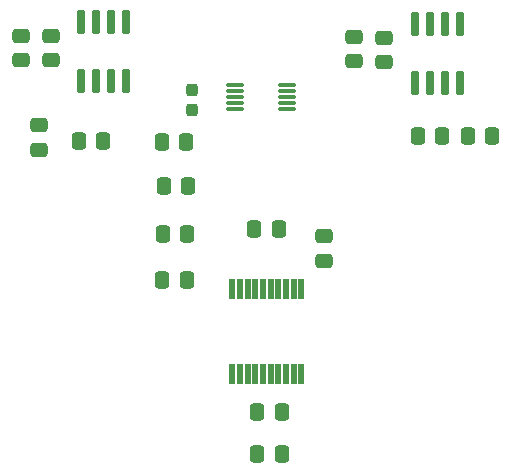
<source format=gbr>
%TF.GenerationSoftware,KiCad,Pcbnew,(6.0.11)*%
%TF.CreationDate,2023-05-27T13:57:12+02:00*%
%TF.ProjectId,Orp-pH Board,4f72702d-7048-4204-926f-6172642e6b69,V1.0*%
%TF.SameCoordinates,Original*%
%TF.FileFunction,Paste,Top*%
%TF.FilePolarity,Positive*%
%FSLAX46Y46*%
G04 Gerber Fmt 4.6, Leading zero omitted, Abs format (unit mm)*
G04 Created by KiCad (PCBNEW (6.0.11)) date 2023-05-27 13:57:12*
%MOMM*%
%LPD*%
G01*
G04 APERTURE LIST*
G04 Aperture macros list*
%AMRoundRect*
0 Rectangle with rounded corners*
0 $1 Rounding radius*
0 $2 $3 $4 $5 $6 $7 $8 $9 X,Y pos of 4 corners*
0 Add a 4 corners polygon primitive as box body*
4,1,4,$2,$3,$4,$5,$6,$7,$8,$9,$2,$3,0*
0 Add four circle primitives for the rounded corners*
1,1,$1+$1,$2,$3*
1,1,$1+$1,$4,$5*
1,1,$1+$1,$6,$7*
1,1,$1+$1,$8,$9*
0 Add four rect primitives between the rounded corners*
20,1,$1+$1,$2,$3,$4,$5,0*
20,1,$1+$1,$4,$5,$6,$7,0*
20,1,$1+$1,$6,$7,$8,$9,0*
20,1,$1+$1,$8,$9,$2,$3,0*%
G04 Aperture macros list end*
%ADD10RoundRect,0.250000X0.475000X-0.337500X0.475000X0.337500X-0.475000X0.337500X-0.475000X-0.337500X0*%
%ADD11RoundRect,0.042000X-0.258000X0.943000X-0.258000X-0.943000X0.258000X-0.943000X0.258000X0.943000X0*%
%ADD12RoundRect,0.250000X0.337500X0.475000X-0.337500X0.475000X-0.337500X-0.475000X0.337500X-0.475000X0*%
%ADD13RoundRect,0.075000X0.650000X0.075000X-0.650000X0.075000X-0.650000X-0.075000X0.650000X-0.075000X0*%
%ADD14RoundRect,0.250000X-0.337500X-0.475000X0.337500X-0.475000X0.337500X0.475000X-0.337500X0.475000X0*%
%ADD15RoundRect,0.237500X0.237500X-0.300000X0.237500X0.300000X-0.237500X0.300000X-0.237500X-0.300000X0*%
%ADD16R,0.475200X1.702000*%
%ADD17RoundRect,0.250000X-0.475000X0.337500X-0.475000X-0.337500X0.475000X-0.337500X0.475000X0.337500X0*%
G04 APERTURE END LIST*
D10*
%TO.C,R6*%
X114046000Y-104320000D03*
X114046000Y-102245000D03*
%TD*%
%TO.C,R10*%
X113030000Y-111908500D03*
X113030000Y-109833500D03*
%TD*%
%TO.C,R22*%
X137160000Y-121306500D03*
X137160000Y-119231500D03*
%TD*%
D11*
%TO.C,U1*%
X148717000Y-101289000D03*
X147447000Y-101289000D03*
X146177000Y-101289000D03*
X144907000Y-101289000D03*
X144907000Y-106229000D03*
X146177000Y-106229000D03*
X147447000Y-106229000D03*
X148717000Y-106229000D03*
%TD*%
D12*
%TO.C,R23*%
X133604000Y-134112000D03*
X131529000Y-134112000D03*
%TD*%
D13*
%TO.C,U3*%
X134026000Y-108442000D03*
X134026000Y-107942000D03*
X134026000Y-107442000D03*
X134026000Y-106942000D03*
X134026000Y-106442000D03*
X129626000Y-106442000D03*
X129626000Y-106942000D03*
X129626000Y-107442000D03*
X129626000Y-107942000D03*
X129626000Y-108442000D03*
%TD*%
D12*
%TO.C,R15*%
X125624500Y-118999000D03*
X123549500Y-118999000D03*
%TD*%
%TO.C,R17*%
X125520500Y-111252000D03*
X123445500Y-111252000D03*
%TD*%
D14*
%TO.C,R9*%
X149345000Y-110744000D03*
X151420000Y-110744000D03*
%TD*%
%TO.C,R21*%
X131275000Y-118618000D03*
X133350000Y-118618000D03*
%TD*%
D15*
%TO.C,C9*%
X126010500Y-108558500D03*
X126010500Y-106833500D03*
%TD*%
D12*
%TO.C,R16*%
X125542000Y-122936000D03*
X123467000Y-122936000D03*
%TD*%
D10*
%TO.C,R5*%
X142240000Y-104490500D03*
X142240000Y-102415500D03*
%TD*%
D12*
%TO.C,R24*%
X133604000Y-137668000D03*
X131529000Y-137668000D03*
%TD*%
D16*
%TO.C,U4*%
X129409000Y-130856900D03*
X130059000Y-130856900D03*
X130709000Y-130856900D03*
X131359000Y-130856900D03*
X132009000Y-130856900D03*
X132659000Y-130856900D03*
X133309000Y-130856900D03*
X133959000Y-130856900D03*
X134609000Y-130856900D03*
X135259000Y-130856900D03*
X135259000Y-123651100D03*
X134609000Y-123651100D03*
X133959000Y-123651100D03*
X133309000Y-123651100D03*
X132659000Y-123651100D03*
X132009000Y-123651100D03*
X131359000Y-123651100D03*
X130709000Y-123651100D03*
X130059000Y-123651100D03*
X129409000Y-123651100D03*
%TD*%
D12*
%TO.C,R7*%
X147214500Y-110744000D03*
X145139500Y-110744000D03*
%TD*%
D14*
%TO.C,R8*%
X116416000Y-111125000D03*
X118491000Y-111125000D03*
%TD*%
D12*
%TO.C,R18*%
X125669000Y-114935000D03*
X123594000Y-114935000D03*
%TD*%
D17*
%TO.C,R13*%
X111506000Y-102252000D03*
X111506000Y-104327000D03*
%TD*%
D11*
%TO.C,U2*%
X120396000Y-101105000D03*
X119126000Y-101105000D03*
X117856000Y-101105000D03*
X116586000Y-101105000D03*
X116586000Y-106045000D03*
X117856000Y-106045000D03*
X119126000Y-106045000D03*
X120396000Y-106045000D03*
%TD*%
D17*
%TO.C,R11*%
X139700000Y-102340500D03*
X139700000Y-104415500D03*
%TD*%
M02*

</source>
